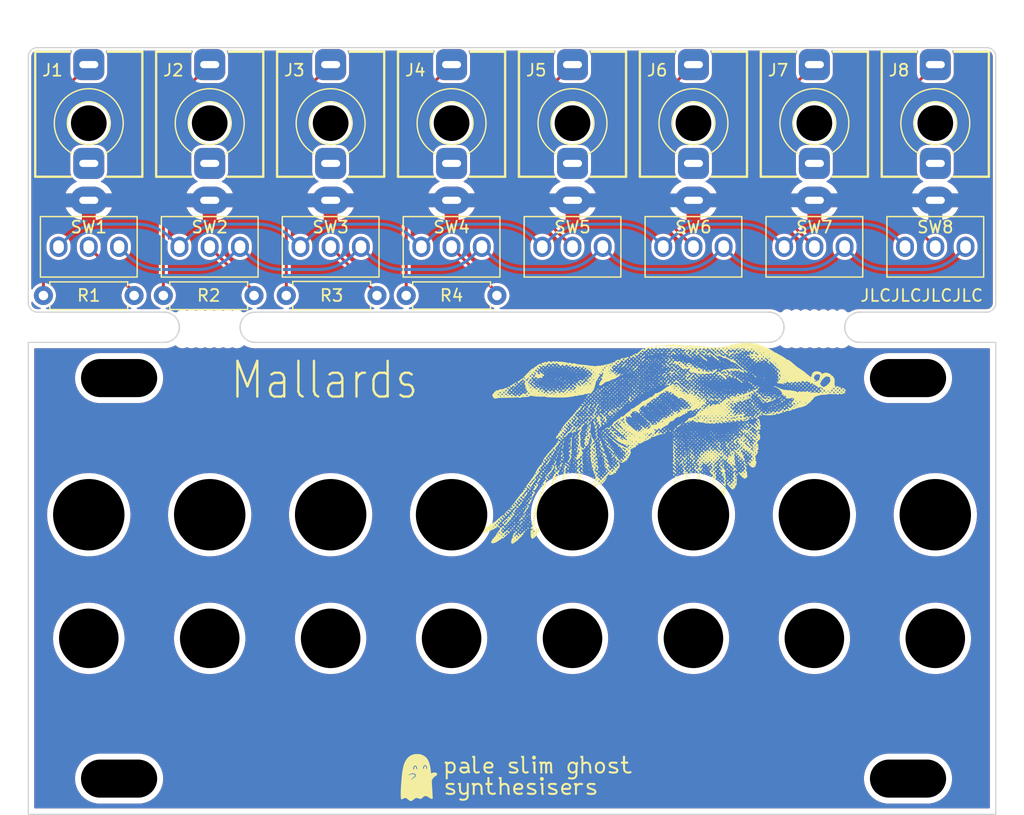
<source format=kicad_pcb>
(kicad_pcb (version 20211014) (generator pcbnew)
  (layers (0 "F.Cu" signal) (31 "B.Cu" signal) (34 "B.Paste" user) (35 "F.Paste" user) (36 "B.SilkS" user "B.Silkscreen") (37 "F.SilkS" user "F.Silkscreen") (38 "B.Mask" user) (39 "F.Mask" user) (44 "Edge.Cuts" user))
  (net 0 "")
  (net 1 "Net-(J1-PadT)")
  (net 2 "GND")
  (net 4 "Net-(J2-PadT)")
  (net 6 "Net-(J3-PadT)")
  (net 8 "Net-(J4-PadT)")
  (net 10 "Net-(J5-PadT)")
  (net 12 "Net-(J6-PadT)")
  (net 14 "Net-(J7-PadT)")
  (net 16 "Net-(J8-PadT)")
  (net 18 "Net-(R1-Pad2)")
  (net 19 "Net-(R2-Pad2)")
  (net 20 "Net-(R3-Pad2)")
  (net 21 "Net-(R4-Pad2)")
  (net 22 "A")
  (net 23 "B")
  (footprint "Resistor_THT:R_Axial_DIN0207_L6.3mm_D2.5mm_P7.62mm_Horizontal" (layer "F.Cu") (at 46.947666 71.628)
    (fp_text reference "R3" (at 3.81 0) (layer "F.SilkS"))
    (fp_text value "10k")
    (pad "1" thru_hole circle (at 0 0) (size 1.6 1.6) (drill 0.8) (layers *.Cu *.Mask) (net 6 "Net-(J3-PadT)"))
    (pad "2" thru_hole oval (at 7.62 0) (size 1.6 1.6) (drill 0.8) (layers *.Cu *.Mask) (net 20 "Net-(R3-Pad2)"))
  )
  (footprint "Pale Slim Ghost:hole 6mm (jack panel)" (layer "F.Cu") (at 91.313 90.045)
    (fp_text reference "REF**" hide)
    (fp_text value "hole 6mm (jack panel)" hide)
    (pad "" np_thru_hole circle (at 0 0) (size 6 6) (drill 6) (layers *.Mask))
  )
  (footprint "Pale Slim Ghost:hole 6mm (jack panel)" (layer "F.Cu") (at 30.353 90.045)
    (fp_text reference "REF**" hide)
    (fp_text value "hole 6mm (jack panel)" hide)
    (pad "" np_thru_hole circle (at 0 0) (size 6 6) (drill 6) (layers *.Mask))
  )
  (footprint "Pale Slim Ghost:hole 6mm (jack panel)" (layer "F.Cu") (at 101.473 90.045)
    (fp_text reference "REF**" hide)
    (fp_text value "hole 6mm (jack panel)" hide)
    (pad "" np_thru_hole circle (at 0 0) (size 6 6) (drill 6) (layers *.Mask))
  )
  (footprint "Pale Slim Ghost:hole 5mm (sub mini switch panel)" (layer "F.Cu") (at 50.673 100.4316)
    (fp_text reference "REF**" hide)
    (fp_text value "hole 5mm (sub mini switch panel)" hide)
    (pad "" np_thru_hole circle (at 0 0) (size 5 5) (drill 5) (layers *.Mask))
  )
  (footprint "Pale Slim Ghost:Sub Mini Toggle Switch SPDT" (layer "F.Cu") (at 60.833 67.5386 90)
    (fp_text reference "SW4" (at 1.651 0 unlocked) (layer "F.SilkS"))
    (fp_text value "SW_SPDT_MSM")
    (pad "1" thru_hole roundrect (at 0 2.54 90) (size 1.7 1.5) (drill oval 1.1 0.9) (layers *.Cu *.Mask) (roundrect_rratio 0.5) (net 22 "A"))
    (pad "2" thru_hole roundrect (at 0 0 90) (size 1.7 1.5) (drill oval 1.1 0.9) (layers *.Cu *.Mask) (roundrect_rratio 0.5) (net 21 "Net-(R4-Pad2)"))
    (pad "3" thru_hole roundrect (at 0 -2.54 90) (size 1.7 1.5) (drill oval 1.1 0.9) (layers *.Cu *.Mask) (roundrect_rratio 0.5) (net 23 "B"))
  )
  (footprint "AudioJacks:Jack_3.5mm_QingPu_WQP-PJ398SM_Vertical" (layer "F.Cu") (at 60.833 57.15)
    (fp_text reference "J4" (at -3.048 -4.445) (layer "F.SilkS"))
    (fp_text value "AudioJack2_SwitchT")
    (pad "S" thru_hole oval (at 0 6.48) (size 3.1 2.3) (drill oval 1.6 0.6) (layers *.Cu *.Mask) (net 2 "GND"))
    (pad "T" thru_hole roundrect (at 0 -4.92) (size 2.6 2.6) (drill oval 1.6 0.6) (layers *.Cu *.Mask) (net 8 "Net-(J4-PadT)"))
    (pad "TN" thru_hole roundrect (at 0 3.38) (size 2.6 2.6) (drill oval 1.6 0.6) (layers *.Cu *.Mask))
  )
  (footprint "Pale Slim Ghost:eurorack panel mounting slot" (layer "F.Cu") (at 99.18 112.215)
    (fp_text reference "REF**" hide)
    (fp_text value "eurorack panel mounting slot" hide)
    (pad "" np_thru_hole oval (at 0 0) (size 6.4 3.2) (drill oval 6.4 3.2) (layers *.Mask))
  )
  (footprint "Resistor_THT:R_Axial_DIN0207_L6.3mm_D2.5mm_P7.62mm_Horizontal" (layer "F.Cu") (at 36.618333 71.628)
    (fp_text reference "R2" (at 3.81 0) (layer "F.SilkS"))
    (fp_text value "10k")
    (pad "1" thru_hole circle (at 0 0) (size 1.6 1.6) (drill 0.8) (layers *.Cu *.Mask) (net 4 "Net-(J2-PadT)"))
    (pad "2" thru_hole oval (at 7.62 0) (size 1.6 1.6) (drill 0.8) (layers *.Cu *.Mask) (net 19 "Net-(R2-Pad2)"))
  )
  (footprint "Pale Slim Ghost:hole 5mm (sub mini switch panel)" (layer "F.Cu") (at 40.513 100.4316)
    (fp_text reference "REF**" hide)
    (fp_text value "hole 5mm (sub mini switch panel)" hide)
    (pad "" np_thru_hole circle (at 0 0) (size 5 5) (drill 5) (layers *.Mask))
  )
  (footprint "AudioJacks:Jack_3.5mm_QingPu_WQP-PJ398SM_Vertical" (layer "F.Cu") (at 91.313 57.15)
    (fp_text reference "J7" (at -3.05 -4.445) (layer "F.SilkS"))
    (fp_text value "AudioJack2_SwitchT")
    (pad "S" thru_hole oval (at 0 6.48) (size 3.1 2.3) (drill oval 1.6 0.6) (layers *.Cu *.Mask) (net 2 "GND"))
    (pad "T" thru_hole roundrect (at 0 -4.92) (size 2.6 2.6) (drill oval 1.6 0.6) (layers *.Cu *.Mask) (net 14 "Net-(J7-PadT)"))
    (pad "TN" thru_hole roundrect (at 0 3.38) (size 2.6 2.6) (drill oval 1.6 0.6) (layers *.Cu *.Mask))
  )
  (footprint "Resistor_THT:R_Axial_DIN0207_L6.3mm_D2.5mm_P7.62mm_Horizontal" (layer "F.Cu") (at 26.543 71.628)
    (fp_text reference "R1" (at 3.81 0) (layer "F.SilkS"))
    (fp_text value "10k")
    (pad "1" thru_hole circle (at 0 0) (size 1.6 1.6) (drill 0.8) (layers *.Cu *.Mask) (net 1 "Net-(J1-PadT)"))
    (pad "2" thru_hole oval (at 7.62 0) (size 1.6 1.6) (drill 0.8) (layers *.Cu *.Mask) (net 18 "Net-(R1-Pad2)"))
  )
  (footprint "AudioJacks:Jack_3.5mm_QingPu_WQP-PJ398SM_Vertical" (layer "F.Cu") (at 101.473 57.15)
    (fp_text reference "J8" (at -3.05 -4.445) (layer "F.SilkS"))
    (fp_text value "AudioJack2_SwitchT")
    (pad "S" thru_hole oval (at 0 6.48) (size 3.1 2.3) (drill oval 1.6 0.6) (layers *.Cu *.Mask) (net 2 "GND"))
    (pad "T" thru_hole roundrect (at 0 -4.92) (size 2.6 2.6) (drill oval 1.6 0.6) (layers *.Cu *.Mask) (net 16 "Net-(J8-PadT)"))
    (pad "TN" thru_hole roundrect (at 0 3.38) (size 2.6 2.6) (drill oval 1.6 0.6) (layers *.Cu *.Mask))
  )
  (footprint "Pale Slim Ghost:Sub Mini Toggle Switch SPDT" (layer "F.Cu") (at 50.673 67.5386 90)
    (fp_text reference "SW3" (at 1.651 0 unlocked) (layer "F.SilkS"))
    (fp_text value "SW_SPDT_MSM")
    (pad "1" thru_hole roundrect (at 0 2.54 90) (size 1.7 1.5) (drill oval 1.1 0.9) (layers *.Cu *.Mask) (roundrect_rratio 0.5) (net 22 "A"))
    (pad "2" thru_hole roundrect (at 0 0 90) (size 1.7 1.5) (drill oval 1.1 0.9) (layers *.Cu *.Mask) (roundrect_rratio 0.5) (net 20 "Net-(R3-Pad2)"))
    (pad "3" thru_hole roundrect (at 0 -2.54 90) (size 1.7 1.5) (drill oval 1.1 0.9) (layers *.Cu *.Mask) (roundrect_rratio 0.5) (net 23 "B"))
  )
  (footprint "Pale Slim Ghost:hole 5mm (sub mini switch panel)" (layer "F.Cu") (at 70.993 100.4316)
    (fp_text reference "REF**" hide)
    (fp_text value "hole 5mm (sub mini switch panel)" hide)
    (pad "" np_thru_hole circle (at 0 0) (size 5 5) (drill 5) (layers *.Mask))
  )
  (footprint "Pale Slim Ghost:hole 5mm (sub mini switch panel)" (layer "F.Cu") (at 101.473 100.4316)
    (fp_text reference "REF**" hide)
    (fp_text value "hole 5mm (sub mini switch panel)" hide)
    (pad "" np_thru_hole circle (at 0 0) (size 5 5) (drill 5) (layers *.Mask))
  )
  (footprint "LOGO" (layer "F.Cu") (at 66.294 112.141)
    (fp_text reference "G***" hide)
    (fp_text value "LOGO" hide)
  )
  (footprint "Pale Slim Ghost:hole 3mm (below jack)" (layer "F.Cu") (at 70.993 57.15)
    (fp_text reference "REF**" hide)
    (fp_text value "hole 3mm (below jack)" hide)
    (pad "" np_thru_hole circle (at 0 0) (size 3 3) (drill 3) (layers *.Mask))
  )
  (footprint "Pale Slim Ghost:Sub Mini Toggle Switch SPDT" (layer "F.Cu") (at 40.513 67.5386 90)
    (fp_text reference "SW2" (at 1.651 0 unlocked) (layer "F.SilkS"))
    (fp_text value "SW_SPDT_MSM")
    (pad "1" thru_hole roundrect (at 0 2.54 90) (size 1.7 1.5) (drill oval 1.1 0.9) (layers *.Cu *.Mask) (roundrect_rratio 0.5) (net 22 "A"))
    (pad "2" thru_hole roundrect (at 0 0 90) (size 1.7 1.5) (drill oval 1.1 0.9) (layers *.Cu *.Mask) (roundrect_rratio 0.5) (net 19 "Net-(R2-Pad2)"))
    (pad "3" thru_hole roundrect (at 0 -2.54 90) (size 1.7 1.5) (drill oval 1.1 0.9) (layers *.Cu *.Mask) (roundrect_rratio 0.5) (net 23 "B"))
  )
  (footprint "Pale Slim Ghost:mousebite-2.54x5.08mm" (layer "F.Cu") (at 40.513 74.295)
    (fp_text reference "mouse-bite-2mm-slot" hide)
    (fp_text value "VAL**" hide)
    (fp_arc (start 3.81 1.27) (mid 2.54 0) (end 3.81 -1.27) (layer "Edge.Cuts") (width 0.12))
    (fp_arc (start -3.81 -1.27) (mid -2.54 0) (end -3.81 1.27) (layer "Edge.Cuts") (width 0.12))
    (pad "" np_thru_hole circle locked (at 2.286 -1.016) (size 0.508 0.508) (drill 0.508) (layers F&B.Cu *.Mask))
    (pad "" np_thru_hole circle locked (at -1.524 1.016) (size 0.508 0.508) (drill 0.508) (layers F&B.Cu *.Mask))
    (pad "" np_thru_hole circle locked (at 0 -1.016) (size 0.508 0.508) (drill 0.508) (layers F&B.Cu *.Mask))
    (pad "" np_thru_hole circle locked (at 0.762 1.016) (size 0.508 0.508) (drill 0.508) (layers F&B.Cu *.Mask))
    (pad "" np_thru_hole circle locked (at 1.524 -1.016) (size 0.508 0.508) (drill 0.508) (layers F&B.Cu *.Mask))
    (pad "" np_thru_hole circle locked (at -2.286 -1.016) (size 0.508 0.508) (drill 0.508) (layers F&B.Cu *.Mask))
    (pad "" np_thru_hole circle locked (at -0.762 1.016) (size 0.508 0.508) (drill 0.508) (layers F&B.Cu *.Mask))
    (pad "" np_thru_hole circle locked (at -0.762 -1.016) (size 0.508 0.508) (drill 0.508) (layers F&B.Cu *.Mask))
    (pad "" np_thru_hole circle locked (at 2.286 1.016) (size 0.508 0.508) (drill 0.508) (layers F&B.Cu *.Mask))
    (pad "" np_thru_hole circle locked (at -1.524 -1.016) (size 0.508 0.508) (drill 0.508) (layers F&B.Cu *.Mask))
    (pad "" np_thru_hole circle locked (at 0 1.016) (size 0.508 0.508) (drill 0.508) (layers F&B.Cu *.Mask))
    (pad "" np_thru_hole circle locked (at 0.762 -1.016) (size 0.508 0.508) (drill 0.508) (layers F&B.Cu *.Mask))
    (pad "" np_thru_hole circle locked (at -2.286 1.016) (size 0.508 0.508) (drill 0.508) (layers F&B.Cu *.Mask))
    (pad "" np_thru_hole circle locked (at 1.524 1.016) (size 0.508 0.508) (drill 0.508) (layers F&B.Cu *.Mask))
  )
  (footprint "Pale Slim Ghost:Sub Mini Toggle Switch SPDT" (layer "F.Cu") (at 70.993 67.5386 90)
    (fp_text reference "SW5" (at 1.651 0 unlocked) (layer "F.SilkS"))
    (fp_text value "SW_SPDT_MSM")
    (pad "1" thru_hole roundrect (at 0 2.54 90) (size 1.7 1.5) (drill oval 1.1 0.9) (layers *.Cu *.Mask) (roundrect_rratio 0.5) (net 22 "A"))
    (pad "2" thru_hole roundrect (at 0 0 90) (size 1.7 1.5) (drill oval 1.1 0.9) (layers *.Cu *.Mask) (roundrect_rratio 0.5) (net 10 "Net-(J5-PadT)"))
    (pad "3" thru_hole roundrect (at 0 -2.54 90) (size 1.7 1.5) (drill oval 1.1 0.9) (layers *.Cu *.Mask) (roundrect_rratio 0.5) (net 23 "B"))
  )
  (footprint "Pale Slim Ghost:eurorack panel mounting slot" (layer "F.Cu") (at 99.18 78.565)
    (fp_text reference "REF**" hide)
    (fp_text value "eurorack panel mounting slot" hide)
    (pad "" np_thru_hole oval (at 0 0) (size 6.4 3.2) (drill oval 6.4 3.2) (layers *.Mask))
  )
  (footprint "Pale Slim Ghost:Sub Mini Toggle Switch SPDT" (layer "F.Cu") (at 81.153 67.5386 90)
    (fp_text reference "SW6" (at 1.651 0 unlocked) (layer "F.SilkS"))
    (fp_text value "SW_SPDT_MSM")
    (pad "1" thru_hole roundrect (at 0 2.54 90) (size 1.7 1.5) (drill oval 1.1 0.9) (layers *.Cu *.Mask) (roundrect_rratio 0.5) (net 22 "A"))
    (pad "2" thru_hole roundrect (at 0 0 90) (size 1.7 1.5) (drill oval 1.1 0.9) (layers *.Cu *.Mask) (roundrect_rratio 0.5) (net 12 "Net-(J6-PadT)"))
    (pad "3" thru_hole roundrect (at 0 -2.54 90) (size 1.7 1.5) (drill oval 1.1 0.9) (layers *.Cu *.Mask) (roundrect_rratio 0.5) (net 23 "B"))
  )
  (footprint "Pale Slim Ghost:hole 3mm (below jack)" (layer "F.Cu") (at 50.673 57.15)
    (fp_text reference "REF**" hide)
    (fp_text value "hole 3mm (below jack)" hide)
    (pad "" np_thru_hole circle (at 0 0) (size 3 3) (drill 3) (layers *.Mask))
  )
  (footprint "AudioJacks:Jack_3.5mm_QingPu_WQP-PJ398SM_Vertical" (layer "F.Cu") (at 40.513 57.15)
    (fp_text reference "J2" (at -3.05 -4.445) (layer "F.SilkS"))
    (fp_text value "AudioJack2_SwitchT")
    (pad "S" thru_hole oval (at 0 6.48) (size 3.1 2.3) (drill oval 1.6 0.6) (layers *.Cu *.Mask) (net 2 "GND"))
    (pad "T" thru_hole roundrect (at 0 -4.92) (size 2.6 2.6) (drill oval 1.6 0.6) (layers *.Cu *.Mask) (net 4 "Net-(J2-PadT)"))
    (pad "TN" thru_hole roundrect (at 0 3.38) (size 2.6 2.6) (drill oval 1.6 0.6) (layers *.Cu *.Mask))
  )
  (footprint "AudioJacks:Jack_3.5mm_QingPu_WQP-PJ398SM_Vertical" (layer "F.Cu") (at 50.673 57.15)
    (fp_text reference "J3" (at -3.05 -4.445) (layer "F.SilkS"))
    (fp_text value "AudioJack2_SwitchT")
    (pad "S" thru_hole oval (at 0 6.48) (size 3.1 2.3) (drill oval 1.6 0.6) (layers *.Cu *.Mask) (net 2 "GND"))
    (pad "T" thru_hole roundrect (at 0 -4.92) (size 2.6 2.6) (drill oval 1.6 0.6) (layers *.Cu *.Mask) (net 6 "Net-(J3-PadT)"))
    (pad "TN" thru_hole roundrect (at 0 3.38) (size 2.6 2.6) (drill oval 1.6 0.6) (layers *.Cu *.Mask))
  )
  (footprint "Pale Slim Ghost:hole 6mm (jack panel)" (layer "F.Cu") (at 81.153 90.045)
    (fp_text reference "REF**" hide)
    (fp_text value "hole 6mm (jack panel)" hide)
    (pad "" np_thru_hole circle (at 0 0) (size 6 6) (drill 6) (layers *.Mask))
  )
  (footprint "AudioJacks:Jack_3.5mm_QingPu_WQP-PJ398SM_Vertical" (layer "F.Cu") (at 30.353 57.15)
    (fp_text reference "J1" (at -3.05 -4.445) (layer "F.SilkS"))
    (fp_text value "AudioJack2_SwitchT")
    (pad "S" thru_hole oval (at 0 6.48) (size 3.1 2.3) (drill oval 1.6 0.6) (layers *.Cu *.Mask) (net 2 "GND"))
    (pad "T" thru_hole roundrect (at 0 -4.92) (size 2.6 2.6) (drill oval 1.6 0.6) (layers *.Cu *.Mask) (net 1 "Net-(J1-PadT)"))
    (pad "TN" thru_hole roundrect (at 0 3.38) (size 2.6 2.6) (drill oval 1.6 0.6) (layers *.Cu *.Mask))
  )
  (footprint "Pale Slim Ghost:hole 3mm (below jack)" (layer "F.Cu") (at 81.153 57.15)
    (fp_text reference "REF**" hide)
    (fp_text value "hole 3mm (below jack)" hide)
    (pad "" np_thru_hole circle (at 0 0) (size 3 3) (drill 3) (layers *.Mask))
  )
  (footprint "Pale Slim Ghost:hole 5mm (sub mini switch panel)" (layer "F.Cu") (at 60.833 100.4316)
    (fp_text reference "REF**" hide)
    (fp_text value "hole 5mm (sub mini switch panel)" hide)
    (pad "" np_thru_hole circle (at 0 0) (size 5 5) (drill 5) (layers *.Mask))
  )
  (footprint "Pale Slim Ghost:eurorack panel mounting slot" (layer "F.Cu") (at 32.9 112.215)
    (fp_text reference "REF**" hide)
    (fp_text value "eurorack panel mounting slot" hide)
    (pad "" np_thru_hole oval (at 0 0) (size 6.4 3.2) (drill oval 6.4 3.2) (layers *.Mask))
  )
  (footprint "Resistor_THT:R_Axial_DIN0207_L6.3mm_D2.5mm_P7.62mm_Horizontal" (layer "F.Cu") (at 57.023 71.628)
    (fp_text reference "R4" (at 3.81 0) (layer "F.SilkS"))
    (fp_text value "10k")
    (pad "1" thru_hole circle (at 0 0) (size 1.6 1.6) (drill 0.8) (layers *.Cu *.Mask) (net 8 "Net-(J4-PadT)"))
    (pad "2" thru_hole oval (at 7.62 0) (size 1.6 1.6) (drill 0.8) (layers *.Cu *.Mask) (net 21 "Net-(R4-Pad2)"))
  )
  (footprint "Pale Slim Ghost:hole 5mm (sub mini switch panel)" (layer "F.Cu") (at 81.153 100.4316)
    (fp_text reference "REF**" hide)
    (fp_text value "hole 5mm (sub mini switch panel)" hide)
    (pad "" np_thru_hole circle (at 0 0) (size 5 5) (drill 5) (layers *.Mask))
  )
  (footprint "Pale Slim Ghost:hole 5mm (sub mini switch panel)" (layer "F.Cu") (at 91.313 100.4316)
    (fp_text reference "REF**" hide)
    (fp_text value "hole 5mm (sub mini switch panel)" hide)
    (pad "" np_thru_hole circle (at 0 0) (size 5 5) (drill 5) (layers *.Mask))
  )
  (footprint "Pale Slim Ghost:mousebite-2.54x5.08mm" (layer "F.Cu") (at 91.313 74.295)
    (fp_text reference "mouse-bite-2mm-slot" hide)
    (fp_text value "VAL**" hide)
    (fp_arc (start -3.81 -1.27) (mid -2.54 0) (end -3.81 1.27) (layer "Edge.Cuts") (width 0.12))
    (fp_arc (start 3.81 1.27) (mid 2.54 0) (end 3.81 -1.27) (layer "Edge.Cuts") (width 0.12))
    (pad "" np_thru_hole circle locked (at -1.524 1.016) (size 0.508 0.508) (drill 0.508) (layers F&B.Cu *.Mask))
    (pad "" np_thru_hole circle locked (at -0.762 -1.016) (size 0.508 0.508) (drill 0.508) (layers F&B.Cu *.Mask))
    (pad "" np_thru_hole circle locked (at 0.762 1.016) (size 0.508 0.508) (drill 0.508) (layers F&B.Cu *.Mask))
    (pad "" np_thru_hole circle locked (at 1.524 1.016) (size 0.508 0.508) (drill 0.508) (layers F&B.Cu *.Mask))
    (pad "" np_thru_hole circle locked (at -2.286 -1.016) (size 0.508 0.508) (drill 0.508) (layers F&B.Cu *.Mask))
    (pad "" np_thru_hole circle locked (at 2.286 -1.016) (size 0.508 0.508) (drill 0.508) (layers F&B.Cu *.Mask))
    (pad "" np_thru_hole circle locked (at -0.762 1.016) (size 0.508 0.508) (drill 0.508) (layers F&B.Cu *.Mask))
    (pad "" np_thru_hole circle locked (at 1.524 -1.016) (size 0.508 0.508) (drill 0.508) (layers F&B.Cu *.Mask))
    (pad "" np_thru_hole circle locked (at 0 1.016) (size 0.508 0.508) (drill 0.508) (layers F&B.Cu *.Mask))
    (pad "" np_thru_hole circle locked (at 0 -1.016) (size 0.508 0.508) (drill 0.508) (layers F&B.Cu *.Mask))
    (pad "" np_thru_hole circle locked (at 0.762 -1.016) (size 0.508 0.508) (drill 0.508) (layers F&B.Cu *.Mask))
    (pad "" np_thru_hole circle locked (at -1.524 -1.016) (size 0.508 0.508) (drill 0.508) (layers F&B.Cu *.Mask))
    (pad "" np_thru_hole circle locked (at 2.286 1.016) (size 0.508 0.508) (drill 0.508) (layers F&B.Cu *.Mask))
    (pad "" np_thru_hole circle locked (at -2.286 1.016) (size 0.508 0.508) (drill 0.508) (layers F&B.Cu *.Mask))
  )
  (footprint "AudioJacks:Jack_3.5mm_QingPu_WQP-PJ398SM_Vertical" (layer "F.Cu") (at 70.993 57.15)
    (fp_text reference "J5" (at -3.05 -4.445) (layer "F.SilkS"))
    (fp_text value "AudioJack2_SwitchT")
    (pad "S" thru_hole oval (at 0 6.48) (size 3.1 2.3) (drill oval 1.6 0.6) (layers *.Cu *.Mask) (net 2 "GND"))
    (pad "T" thru_hole roundrect (at 0 -4.92) (size 2.6 2.6) (drill oval 1.6 0.6) (layers *.Cu *.Mask) (net 10 "Net-(J5-PadT)"))
    (pad "TN" thru_hole roundrect (at 0 3.38) (size 2.6 2.6) (drill oval 1.6 0.6) (layers *.Cu *.Mask))
  )
  (footprint "Pale Slim Ghost:hole 3mm (below jack)" (layer "F.Cu") (at 30.353 57.15)
    (fp_text reference "REF**" hide)
    (fp_text value "hole 3mm (below jack)" hide)
    (pad "" np_thru_hole circle (at 0 0) (size 3 3) (drill 3) (layers *.Mask))
  )
  (footprint "Pale Slim Ghost:Sub Mini Toggle Switch SPDT" (layer "F.Cu") (at 30.353 67.5386 90)
    (fp_text reference "SW1" (at 1.651 0 unlocked) (layer "F.SilkS"))
    (fp_text value "SW_SPDT_MSM")
    (pad "1" thru_hole roundrect (at 0 2.54 90) (size 1.7 1.5) (drill oval 1.1 0.9) (layers *.Cu *.Mask) (roundrect_rratio 0.5) (net 22 "A"))
    (pad "2" thru_hole roundrect (at 0 0 90) (size 1.7 1.5) (drill oval 1.1 0.9) (layers *.Cu *.Mask) (roundrect_rratio 0.5) (net 18 "Net-(R1-Pad2)"))
    (pad "3" thru_hole roundrect (at 0 -2.54 90) (size 1.7 1.5) (drill oval 1.1 0.9) (layers *.Cu *.Mask) (roundrect_rratio 0.5) (net 23 "B"))
  )
  (footprint "Pale Slim Ghost:Sub Mini Toggle Switch SPDT" (layer "F.Cu") (at 101.473 67.5386 90)
    (fp_text reference "SW8" (at 1.651 0 unlocked) (layer "F.SilkS"))
    (fp_text value "SW_SPDT_MSM")
    (pad "1" thru_hole roundrect (at 0 2.54 90) (size 1.7 1.5) (drill oval 1.1 0.9) (layers *.Cu *.Mask) (roundrect_rratio 0.5) (net 22 "A"))
    (pad "2" thru_hole roundrect (at 0 0 90) (size 1.7 1.5) (drill oval 1.1 0.9) (layers *.Cu *.Mask) (roundrect_rratio 0.5) (net 16 "Net-(J8-PadT)"))
    (pad "3" thru_hole roundrect (at 0 -2.54 90) (size 1.7 1.5) (drill oval 1.1 0.9) (layers *.Cu *.Mask) (roundrect_rratio 0.5) (net 23 "B"))
  )
  (footprint "Pale Slim Ghost:eurorack panel mounting slot" (layer "F.Cu") (at 32.9 78.565)
    (fp_text reference "REF**" hide)
    (fp_text value "eurorack panel mounting slot" hide)
    (pad "" np_thru_hole oval (at 0 0) (size 6.4 3.2) (drill oval 6.4 3.2) (layers *.Mask))
  )
  (footprint "Pale Slim Ghost:hole 6mm (jack panel)" (layer "F.Cu") (at 70.993 90.045)
    (fp_text reference "REF**" hide)
    (fp_text value "hole 6mm (jack panel)" hide)
    (pad "" np_thru_hole circle (at 0 0) (size 6 6) (drill 6) (layers *.Mask))
  )
  (footprint "Pale Slim Ghost:hole 6mm (jack panel)" (layer "F.Cu") (at 60.833 90.045)
    (fp_text reference "REF**" hide)
    (fp_text value "hole 6mm (jack panel)" hide)
    (pad "" np_thru_hole circle (at 0 0) (size 6 6) (drill 6) (layers *.Mask))
  )
  (footprint "Pale Slim Ghost:hole 3mm (below jack)" (layer "F.Cu") (at 60.833 57.15)
    (fp_text reference "REF**" hide)
    (fp_text value "hole 3mm (below jack)" hide)
    (pad "" np_thru_hole circle (at 0 0) (size 3 3) (drill 3) (layers *.Mask))
  )
  (footprint "Pale Slim Ghost:hole 3mm (below jack)" (layer "F.Cu") (at 91.313 57.15)
    (fp_text reference "REF**" hide)
    (fp_text value "hole 3mm (below jack)" hide)
    (pad "" np_thru_hole circle (at 0 0) (size 3 3) (drill 3) (layers *.Mask))
  )
  (footprint "Pale Slim Ghost:hole 5mm (sub mini switch panel)" (layer "F.Cu") (at 30.353 100.4316)
    (fp_text reference "REF**" hide)
    (fp_text value "hole 5mm (sub mini switch panel)" hide)
    (pad "" np_thru_hole circle (at 0 0) (size 5 5) (drill 5) (layers *.Mask))
  )
  (footprint "Pale Slim Ghost:hole 3mm (below jack)" (layer "F.Cu") (at 101.473 57.15)
    (fp_text reference "REF**" hide)
    (fp_text value "hole 3mm (below jack)" hide)
    (pad "" np_thru_hole circle (at 0 0) (size 3 3) (drill 3) (layers *.Mask))
  )
  (footprint "Pale Slim Ghost:Sub Mini Toggle Switch SPDT" (layer "F.Cu") (at 91.313 67.5386 90)
    (fp_text reference "SW7" (at 1.651 0 unlocked) (layer "F.SilkS"))
    (fp_text value "SW_SPDT_MSM")
    (pad "1" thru_hole roundrect (at 0 2.54 90) (size 1.7 1.5) (drill oval 1.1 0.9) (layers *.Cu *.Mask) (roundrect_rratio 0.5) (net 22 "A"))
    (pad "2" thru_hole roundrect (at 0 0 90) (size 1.7 1.5) (drill oval 1.1 0.9) (layers *.Cu *.Mask) (roundrect_rratio 0.5) (net 14 "Net-(J7-PadT)"))
    (pad "3" thru_hole roundrect (at 0 -2.54 90) (size 1.7 1.5) (drill oval 1.1 0.9) (layers *.Cu *.Mask) (roundrect_rratio 0.5) (net 23 "B"))
  )
  (footprint "Pale Slim Ghost:hole 6mm (jack panel)" (layer "F.Cu") (at 40.513 90.045)
    (fp_text reference "REF**" hide)
    (fp_text value "hole 6mm (jack panel)" hide)
    (pad "" np_thru_hole circle (at 0 0) (size 6 6) (drill 6) (layers *.Mask))
  )
  (footprint "Pale Slim Ghost:hole 3mm (below jack)" (layer "F.Cu") (at 40.513 57.15)
    (fp_text reference "REF**" hide)
    (fp_text value "hole 3mm (below jack)" hide)
    (pad "" np_thru_hole circle (at 0 0) (size 3 3) (drill 3) (layers *.Mask))
  )
  (footprint "Pale Slim Ghost:hole 6mm (jack panel)" (layer "F.Cu") (at 50.673 90.045)
    (fp_text reference "REF**" hide)
    (fp_text value "hole 6mm (jack panel)" hide)
    (pad "" np_thru_hole circle (at 0 0) (size 6 6) (drill 6) (layers *.Mask))
  )
  (footprint "AudioJacks:Jack_3.5mm_QingPu_WQP-PJ398SM_Vertical" (layer "F.Cu") (at 81.153 57.15)
    (fp_text reference "J6" (at -3.05 -4.445) (layer "F.SilkS"))
    (fp_text value "AudioJack2_SwitchT")
    (pad "S" thru_hole oval (at 0 6.48) (size 3.1 2.3) (drill oval 1.6 0.6) (layers *.Cu *.Mask) (net 2 "GND"))
    (pad "T" thru_hole roundrect (at 0 -4.92) (size 2.6 2.6) (drill oval 1.6 0.6) (layers *.Cu *.Mask) (net 12 "Net-(J6-PadT)"))
    (pad "TN" thru_hole roundrect (at 0 3.38) (size 2.6 2.6) (drill oval 1.6 0.6) (layers *.Cu *.Mask))
  )
  (footprint "LOGO" (layer "F.Cu") (at 78.359 83.947)
    (fp_text reference "G***" hide)
    (fp_text value "LOGO" hide)
  )
  (gr_line (start 106.553 75.565) (end 106.553 115.215) (layer "Edge.Cuts") (width 0.1))
  (gr_line (start 25.273 115.215) (end 25.273 75.565) (layer "Edge.Cuts") (width 0.1))
  (gr_line (start 36.703 75.565) (end 25.273 75.565) (layer "Edge.Cuts") (width 0.1))
  (gr_arc (start 105.791 50.8) (mid 106.329815 51.023185) (end 106.553 51.562) (layer "Edge.Cuts") (width 0.1))
  (gr_line (start 105.791 73.025) (end 95.123 73.025) (layer "Edge.Cuts") (width 0.1))
  (gr_line (start 106.553 51.562) (end 106.553 72.263) (layer "Edge.Cuts") (width 0.1))
  (gr_line (start 36.703 73.025) (end 26.035 73.025) (layer "Edge.Cuts") (width 0.1))
  (gr_line (start 87.503 75.565) (end 44.323 75.565) (layer "Edge.Cuts") (width 0.1))
  (gr_arc (start 25.273 51.562) (mid 25.496185 51.023185) (end 26.035 50.8) (layer "Edge.Cuts") (width 0.1))
  (gr_line (start 106.553 75.565) (end 95.123 75.565) (layer "Edge.Cuts") (width 0.1))
  (gr_line (start 25.273 72.263) (end 25.273 51.562) (layer "Edge.Cuts") (width 0.1))
  (gr_line (start 26.035 50.8) (end 105.791 50.8) (layer "Edge.Cuts") (width 0.1))
  (gr_line (start 44.323 73.025) (end 87.503 73.025) (layer "Edge.Cuts") (width 0.1))
  (gr_arc (start 26.035 73.025) (mid 25.496185 72.801815) (end 25.273 72.263) (layer "Edge.Cuts") (width 0.1))
  (gr_line (start 106.553 115.215) (end 25.273 115.215) (layer "Edge.Cuts") (width 0.1))
  (gr_arc (start 106.553 72.263) (mid 106.329815 72.801815) (end 105.791 73.025) (layer "Edge.Cuts") (width 0.1))
  (gr_text "JLCJLCJLCJLC" (at 100.33 71.628) (layer "F.SilkS") (effects (font (size 1 1))))
  (gr_text "Mallards" (at 50.165 78.74) (layer "F.SilkS") (effects (font (size 3 2.5) (thickness 0.2))))
  (segment (start 26.543 71.628) (end 26.543 57.696854) (width 0.25) (layer "F.Cu") (net 1))
  (segment (start 27.714573 54.868427) (end 30.353 52.23) (width 0.25) (layer "F.Cu") (net 1))
  (arc (start 27.714573 54.868427) (mid 26.847482 56.16612) (end 26.543 57.696854) (width 0.25) (layer "F.Cu") (net 1))
  (segment (start 37.789906 54.953094) (end 40.513 52.23) (width 0.25) (layer "F.Cu") (net 4))
  (segment (start 36.618333 71.628) (end 36.618333 57.781521) (width 0.25) (layer "F.Cu") (net 4))
  (arc (start 36.618333 57.781521) (mid 36.922815 56.250787) (end 37.789906 54.953094) (width 0.25) (layer "F.Cu") (net 4))
  (segment (start 46.947666 71.628) (end 46.947666 57.612188) (width 0.25) (layer "F.Cu") (net 6))
  (segment (start 48.119239 54.783761) (end 50.673 52.23) (width 0.25) (layer "F.Cu") (net 6))
  (arc (start 46.947666 57.612188) (mid 47.252148 56.081454) (end 48.119239 54.783761) (width 0.25) (layer "F.Cu") (net 6))
  (segment (start 57.023 71.628) (end 57.023 57.696854) (width 0.25) (layer "F.Cu") (net 8))
  (segment (start 58.194573 54.868427) (end 60.833 52.23) (width 0.25) (layer "F.Cu") (net 8))
  (arc (start 57.023 57.696854) (mid 57.327482 56.16612) (end 58.194573 54.868427) (width 0.25) (layer "F.Cu") (net 8))
  (segment (start 69.751573 66.322573) (end 70.993 67.564) (width 0.25) (layer "F.Cu") (net 10))
  (segment (start 70.993 52.23) (end 69.751573 53.471427) (width 0.25) (layer "F.Cu") (net 10))
  (segment (start 68.58 56.299854) (end 68.58 63.494146) (width 0.25) (layer "F.Cu") (net 10))
  (arc (start 69.751573 53.471427) (mid 68.884482 54.76912) (end 68.58 56.299854) (width 0.25) (layer "F.Cu") (net 10))
  (arc (start 68.58 63.494146) (mid 68.884482 65.02488) (end 69.751573 66.322573) (width 0.25) (layer "F.Cu") (net 10))
  (segment (start 81.153 52.23) (end 79.911573 53.471427) (width 0.25) (layer "F.Cu") (net 12))
  (segment (start 78.74 56.299854) (end 78.74 63.494146) (width 0.25) (layer "F.Cu") (net 12))
  (segment (start 79.911573 66.322573) (end 81.153 67.564) (width 0.25) (layer "F.Cu") (net 12))
  (arc (start 78.74 63.494146) (mid 79.044482 65.02488) (end 79.911573 66.322573) (width 0.25) (layer "F.Cu") (net 12))
  (arc (start 79.911573 53.471427) (mid 79.044482 54.76912) (end 78.74 56.299854) (width 0.25) (layer "F.Cu") (net 12))
  (segment (start 88.9 56.299854) (end 88.9 63.494146) (width 0.25) (layer "F.Cu") (net 14))
  (segment (start 90.071573 66.322573) (end 91.313 67.564) (width 0.25) (layer "F.Cu") (net 14))
  (segment (start 91.313 52.23) (end 90.071573 53.471427) (width 0.25) (layer "F.Cu") (net 14))
  (arc (start 90.071573 53.471427) (mid 89.204482 54.76912) (end 88.9 56.299854) (width 0.25) (layer "F.Cu") (net 14))
  (arc (start 88.9 63.494146) (mid 89.204482 65.02488) (end 90.071573 66.322573) (width 0.25) (layer "F.Cu") (net 14))
  (segment (start 99.06 56.299854) (end 99.06 63.494146) (width 0.25) (layer "F.Cu") (net 16))
  (segment (start 101.473 52.23) (end 100.231573 53.471427) (width 0.25) (layer "F.Cu") (net 16))
  (segment (start 100.231573 66.322573) (end 101.473 67.564) (width 0.25) (layer "F.Cu") (net 16))
  (arc (start 100.231573 66.322573) (mid 99.364482 65.02488) (end 99.06 63.494146) (width 0.25) (layer "F.Cu") (net 16))
  (arc (start 100.231573 53.471427) (mid 99.364482 54.76912) (end 99.06 56.299854) (width 0.25) (layer "F.Cu") (net 16))
  (segment (start 30.353 67.564) (end 34.163 71.374) (width 0.25) (layer "F.Cu") (net 18))
  (segment (start 34.163 71.374) (end 34.163 71.628) (width 0.25) (layer "F.Cu") (net 18))
  (segment (start 44.238333 71.289333) (end 44.238333 71.628) (width 0.25) (layer "F.Cu") (net 19))
  (segment (start 40.513 67.564) (end 44.238333 71.289333) (width 0.25) (layer "F.Cu") (net 19))
  (segment (start 54.567666 71.458666) (end 54.567666 71.628) (width 0.25) (layer "F.Cu") (net 20))
  (segment (start 50.673 67.564) (end 54.567666 71.458666) (width 0.25) (layer "F.Cu") (net 20))
  (segment (start 64.643 71.374) (end 64.643 71.628) (width 0.25) (layer "F.Cu") (net 21))
  (segment (start 60.833 67.564) (end 64.643 71.374) (width 0.25) (layer "F.Cu") (net 21))
  (segment (start 63.373 67.5386) (end 64.106427 68.272027) (width 0.25) (layer "B.Cu") (net 22))
  (segment (start 66.934854 69.4436) (end 69.971146 69.4436) (width 0.25) (layer "B.Cu") (net 22))
  (segment (start 36.454854 69.4436) (end 39.491146 69.4436) (width 0.25) (layer "B.Cu") (net 22))
  (segment (start 32.893 67.5386) (end 33.626427 68.272027) (width 0.25) (layer "B.Cu") (net 22))
  (segment (start 77.094854 69.4436) (end 80.131146 69.4436) (width 0.25) (layer "B.Cu") (net 22))
  (segment (start 43.053 67.5386) (end 43.786427 68.272027) (width 0.25) (layer "B.Cu") (net 22))
  (segment (start 42.319573 68.272027) (end 43.053 67.5386) (width 0.25) (layer "B.Cu") (net 22))
  (segment (start 52.479573 68.272027) (end 53.213 67.5386) (width 0.25) (layer "B.Cu") (net 22))
  (segment (start 73.533 67.5386) (end 74.266427 68.272027) (width 0.25) (layer "B.Cu") (net 22))
  (segment (start 97.414854 69.4436) (end 100.451146 69.4436) (width 0.25) (layer "B.Cu") (net 22))
  (segment (start 83.693 67.5386) (end 84.426427 68.272027) (width 0.25) (layer "B.Cu") (net 22))
  (segment (start 72.799573 68.272027) (end 73.533 67.5386) (width 0.25) (layer "B.Cu") (net 22))
  (segment (start 46.614854 69.4436) (end 49.651146 69.4436) (width 0.25) (layer "B.Cu") (net 22))
  (segment (start 53.213 67.5386) (end 53.946427 68.272027) (width 0.25) (layer "B.Cu") (net 22))
  (segment (start 62.639573 68.272027) (end 63.373 67.5386) (width 0.25) (layer "B.Cu") (net 22))
  (segment (start 87.254854 69.4436) (end 90.291146 69.4436) (width 0.25) (layer "B.Cu") (net 22))
  (segment (start 82.959573 68.272027) (end 83.693 67.5386) (width 0.25) (layer "B.Cu") (net 22))
  (segment (start 56.774854 69.4436) (end 59.811146 69.4436) (width 0.25) (layer "B.Cu") (net 22))
  (segment (start 103.279573 68.272027) (end 104.013 67.5386) (width 0.25) (layer "B.Cu") (net 22))
  (segment (start 93.119573 68.272027) (end 93.853 67.5386) (width 0.25) (layer "B.Cu") (net 22))
  (segment (start 93.853 67.5386) (end 94.586427 68.272027) (width 0.25) (layer "B.Cu") (net 22))
  (arc (start 87.254854 69.4436) (mid 85.72412 69.139118) (end 84.426427 68.272027) (width 0.25) (layer "B.Cu") (net 22))
  (arc (start 103.279573 68.272027) (mid 101.98188 69.139118) (end 100.451146 69.4436) (width 0.25) (layer "B.Cu") (net 22))
  (arc (start 94.586427 68.272027) (mid 95.88412 69.139118) (end 97.414854 69.4436) (width 0.25) (layer "B.Cu") (net 22))
  (arc (start 53.946427 68.272027) (mid 55.24412 69.139118) (end 56.774854 69.4436) (width 0.25) (layer "B.Cu") (net 22))
  (arc (start 33.626427 68.272027) (mid 34.92412 69.139118) (end 36.454854 69.4436) (width 0.25) (layer "B.Cu") (net 22))
  (arc (start 62.639573 68.272027) (mid 61.34188 69.139118) (end 59.811146 69.4436) (width 0.25) (layer "B.Cu") (net 22))
  (arc (start 39.491146 69.4436) (mid 41.02188 69.139118) (end 42.319573 68.272027) (width 0.25) (layer "B.Cu") (net 22))
  (arc (start 66.934854 69.4436) (mid 65.40412 69.139118) (end 64.106427 68.272027) (width 0.25) (layer "B.Cu") (net 22))
  (arc (start 93.119573 68.272027) (mid 91.82188 69.139118) (end 90.291146 69.4436) (width 0.25) (layer "B.Cu") (net 22))
  (arc (start 46.614854 69.4436) (mid 45.08412 69.139118) (end 43.786427 68.272027) (width 0.25) (layer "B.Cu") (net 22))
  (arc (start 74.266427 68.272027) (mid 75.56412 69.139118) (end 77.094854 69.4436) (width 0.25) (layer "B.Cu") (net 22))
  (arc (start 69.971146 69.4436) (mid 71.50188 69.139118) (end 72.799573 68.272027) (width 0.25) (layer "B.Cu") (net 22))
  (arc (start 49.651146 69.4436) (mid 51.18188 69.139118) (end 52.479573 68.272027) (width 0.25) (layer "B.Cu") (net 22))
  (arc (start 82.959573 68.272027) (mid 81.66188 69.139118) (end 80.131146 69.4436) (width 0.25) (layer "B.Cu") (net 22))
  (segment (start 77.879573 66.805173) (end 78.613 67.5386) (width 0.25) (layer "B.Cu") (net 23))
  (segment (start 51.694854 65.6336) (end 54.731146 65.6336) (width 0.25) (layer "B.Cu") (net 23))
  (segment (start 27.813 67.5386) (end 28.546427 66.805173) (width 0.25) (layer "B.Cu") (net 23))
  (segment (start 57.559573 66.805173) (end 58.293 67.5386) (width 0.25) (layer "B.Cu") (net 23))
  (segment (start 37.239573 66.805173) (end 37.973 67.5386) (width 0.25) (layer "B.Cu") (net 23))
  (segment (start 31.374854 65.6336) (end 34.411146 65.6336) (width 0.25) (layer "B.Cu") (net 23))
  (segment (start 88.039573 66.805173) (end 88.773 67.5386) (width 0.25) (layer "B.Cu") (net 23))
  (segment (start 38.706427 66.805173) (end 37.973 67.5386) (width 0.25) (layer "B.Cu") (net 23))
  (segment (start 47.399573 66.805173) (end 48.133 67.5386) (width 0.25) (layer "B.Cu") (net 23))
  (segment (start 92.334854 65.6336) (end 95.371146 65.6336) (width 0.25) (layer "B.Cu") (net 23))
  (segment (start 41.534854 65.6336) (end 44.571146 65.6336) (width 0.25) (layer "B.Cu") (net 23))
  (segment (start 78.613 67.5386) (end 79.346427 66.805173) (width 0.25) (layer "B.Cu") (net 23))
  (segment (start 48.133 67.5386) (end 48.866427 66.805173) (width 0.25) (layer "B.Cu") (net 23))
  (segment (start 88.773 67.5386) (end 89.506427 66.805173) (width 0.25) (layer "B.Cu") (net 23))
  (segment (start 68.453 67.5386) (end 69.186427 66.805173) (width 0.25) (layer "B.Cu") (net 23))
  (segment (start 67.719573 66.805173) (end 68.453 67.5386) (width 0.25) (layer "B.Cu") (net 23))
  (segment (start 82.174854 65.6336) (end 85.211146 65.6336) (width 0.25) (layer "B.Cu") (net 23))
  (segment (start 72.014854 65.6336) (end 75.051146 65.6336) (width 0.25) (layer "B.Cu") (net 23))
  (segment (start 58.293 67.5386) (end 59.026427 66.805173) (width 0.25) (layer "B.Cu") (net 23))
  (segment (start 61.854854 65.6336) (end 64.891146 65.6336) (width 0.25) (layer "B.Cu") (net 23))
  (segment (start 98.199573 66.805173) (end 98.933 67.5386) (width 0.25) (layer "B.Cu") (net 23))
  (arc (start 72.014854 65.6336) (mid 70.48412 65.938082) (end 69.186427 66.805173) (width 0.25) (layer "B.Cu") (net 23))
  (arc (start 61.854854 65.6336) (mid 60.32412 65.938082) (end 59.026427 66.805173) (width 0.25) (layer "B.Cu") (net 23))
  (arc (start 67.719573 66.805173) (mid 66.42188 65.938082) (end 64.891146 65.6336) (width 0.25) (layer "B.Cu") (net 23))
  (arc (start 31.374854 65.6336) (mid 29.84412 65.938082) (end 28.546427 66.805173) (width 0.25) (layer "B.Cu") (net 23))
  (arc (start 47.399573 66.805173) (mid 46.10188 65.938082) (end 44.571146 65.6336) (width 0.25) (layer "B.Cu") (net 23))
  (arc (start 79.346427 66.805173) (mid 80.64412 65.938082) (end 82.174854 65.6336) (width 0.25) (layer "B.Cu") (net 23))
  (arc (start 37.239573 66.805173) (mid 35.94188 65.938082) (end 34.411146 65.6336) (width 0.25) (layer "B.Cu") (net 23))
  (arc (start 38.706427 66.805173) (mid 40.00412 65.938082) (end 41.534854 65.6336) (width 0.25) (layer "B.Cu") (net 23))
  (arc (start 85.211146 65.6336) (mid 86.74188 65.938082) (end 88.039573 66.805173) (width 0.25) (layer "B.Cu") (net 23))
  (arc (start 51.694854 65.6336) (mid 50.16412 65.938082) (end 48.866427 66.805173) (width 0.25) (layer "B.Cu") (net 23))
  (arc (start 89.506427 66.805173) (mid 90.80412 65.938082) (end 92.334854 65.6336) (width 0.25) (layer "B.Cu") (net 23))
  (arc (start 57.559573 66.805173) (mid 56.26188 65.938082) (end 54.731146 65.6336) (width 0.25) (layer "B.Cu") (net 23))
  (arc (start 98.199573 66.805173) (mid 96.90188 65.938082) (end 95.371146 65.6336) (width 0.25) (layer "B.Cu") (net 23))
  (arc (start 75.051146 65.6336) (mid 76.58188 65.938082) (end 77.879573 66.805173) (width 0.25) (layer "B.Cu") (net 23))
  (zone (net 0) (net_name "") (layers F&B.Cu) (connect_pads (clearance 0.5)) (min_thickness 0.127) (fill yes (thermal_gap 0.508) (thermal_bridge_width 1.16) (island_removal_mode 1) (island_area_min 10))
    (polygon (pts (xy 106.68 115.189) (xy 25.4 115.189) (xy 25.4 75.565) (xy 106.68 75.565)))
  )
  (zone (net 2) (net_name "GND") (layers F&B.Cu) (connect_pads (clearance 0.254)) (min_thickness 0.127) (fill yes (thermal_gap 0.508) (thermal_bridge_width 1.16) (island_removal_mode 1) (island_area_min 10))
    (polygon (pts (xy 106.68 73.025) (xy 25.4 73.025) (xy 25.4 50.8) (xy 106.68 50.8)))
  )
)
</source>
